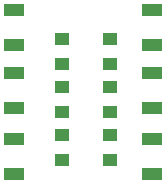
<source format=gbr>
G04 EAGLE Gerber X2 export*
%TF.Part,Single*%
%TF.FileFunction,Paste,Top*%
%TF.FilePolarity,Positive*%
%TF.GenerationSoftware,Autodesk,EAGLE,9.1.2*%
%TF.CreationDate,2020-01-29T09:54:46Z*%
G75*
%MOMM*%
%FSLAX34Y34*%
%LPD*%
%AMOC8*
5,1,8,0,0,1.08239X$1,22.5*%
G01*
%ADD10R,1.200000X1.100000*%
%ADD11R,1.770000X1.050000*%


D10*
X149860Y177460D03*
X149860Y198460D03*
X149860Y136820D03*
X149860Y157820D03*
X149860Y96180D03*
X149860Y117180D03*
X109220Y177460D03*
X109220Y198460D03*
X109220Y136820D03*
X109220Y157820D03*
X109220Y96180D03*
X109220Y117180D03*
D11*
X185420Y193430D03*
X185420Y223130D03*
X185420Y140090D03*
X185420Y169790D03*
X185420Y84210D03*
X185420Y113910D03*
X68580Y193430D03*
X68580Y223130D03*
X68580Y140090D03*
X68580Y169790D03*
X68580Y84210D03*
X68580Y113910D03*
M02*

</source>
